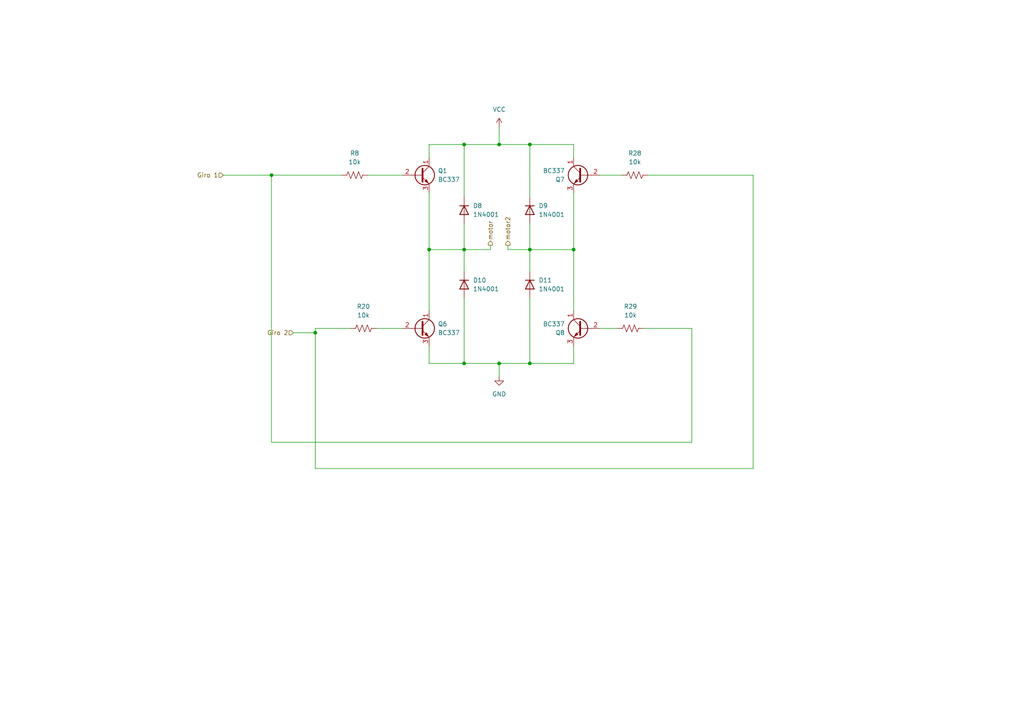
<source format=kicad_sch>
(kicad_sch
	(version 20250114)
	(generator "eeschema")
	(generator_version "9.0")
	(uuid "7c375469-1198-40e1-a3f7-fc5d13088afe")
	(paper "A4")
	(lib_symbols
		(symbol "Device:R_US"
			(pin_numbers
				(hide yes)
			)
			(pin_names
				(offset 0)
			)
			(exclude_from_sim no)
			(in_bom yes)
			(on_board yes)
			(property "Reference" "R"
				(at 2.54 0 90)
				(effects
					(font
						(size 1.27 1.27)
					)
				)
			)
			(property "Value" "R_US"
				(at -2.54 0 90)
				(effects
					(font
						(size 1.27 1.27)
					)
				)
			)
			(property "Footprint" ""
				(at 1.016 -0.254 90)
				(effects
					(font
						(size 1.27 1.27)
					)
					(hide yes)
				)
			)
			(property "Datasheet" "~"
				(at 0 0 0)
				(effects
					(font
						(size 1.27 1.27)
					)
					(hide yes)
				)
			)
			(property "Description" "Resistor, US symbol"
				(at 0 0 0)
				(effects
					(font
						(size 1.27 1.27)
					)
					(hide yes)
				)
			)
			(property "ki_keywords" "R res resistor"
				(at 0 0 0)
				(effects
					(font
						(size 1.27 1.27)
					)
					(hide yes)
				)
			)
			(property "ki_fp_filters" "R_*"
				(at 0 0 0)
				(effects
					(font
						(size 1.27 1.27)
					)
					(hide yes)
				)
			)
			(symbol "R_US_0_1"
				(polyline
					(pts
						(xy 0 2.286) (xy 0 2.54)
					)
					(stroke
						(width 0)
						(type default)
					)
					(fill
						(type none)
					)
				)
				(polyline
					(pts
						(xy 0 2.286) (xy 1.016 1.905) (xy 0 1.524) (xy -1.016 1.143) (xy 0 0.762)
					)
					(stroke
						(width 0)
						(type default)
					)
					(fill
						(type none)
					)
				)
				(polyline
					(pts
						(xy 0 0.762) (xy 1.016 0.381) (xy 0 0) (xy -1.016 -0.381) (xy 0 -0.762)
					)
					(stroke
						(width 0)
						(type default)
					)
					(fill
						(type none)
					)
				)
				(polyline
					(pts
						(xy 0 -0.762) (xy 1.016 -1.143) (xy 0 -1.524) (xy -1.016 -1.905) (xy 0 -2.286)
					)
					(stroke
						(width 0)
						(type default)
					)
					(fill
						(type none)
					)
				)
				(polyline
					(pts
						(xy 0 -2.286) (xy 0 -2.54)
					)
					(stroke
						(width 0)
						(type default)
					)
					(fill
						(type none)
					)
				)
			)
			(symbol "R_US_1_1"
				(pin passive line
					(at 0 3.81 270)
					(length 1.27)
					(name "~"
						(effects
							(font
								(size 1.27 1.27)
							)
						)
					)
					(number "1"
						(effects
							(font
								(size 1.27 1.27)
							)
						)
					)
				)
				(pin passive line
					(at 0 -3.81 90)
					(length 1.27)
					(name "~"
						(effects
							(font
								(size 1.27 1.27)
							)
						)
					)
					(number "2"
						(effects
							(font
								(size 1.27 1.27)
							)
						)
					)
				)
			)
			(embedded_fonts no)
		)
		(symbol "Diode:1N4001"
			(pin_numbers
				(hide yes)
			)
			(pin_names
				(hide yes)
			)
			(exclude_from_sim no)
			(in_bom yes)
			(on_board yes)
			(property "Reference" "D"
				(at 0 2.54 0)
				(effects
					(font
						(size 1.27 1.27)
					)
				)
			)
			(property "Value" "1N4001"
				(at 0 -2.54 0)
				(effects
					(font
						(size 1.27 1.27)
					)
				)
			)
			(property "Footprint" "Diode_THT:D_DO-41_SOD81_P10.16mm_Horizontal"
				(at 0 0 0)
				(effects
					(font
						(size 1.27 1.27)
					)
					(hide yes)
				)
			)
			(property "Datasheet" "http://www.vishay.com/docs/88503/1n4001.pdf"
				(at 0 0 0)
				(effects
					(font
						(size 1.27 1.27)
					)
					(hide yes)
				)
			)
			(property "Description" "50V 1A General Purpose Rectifier Diode, DO-41"
				(at 0 0 0)
				(effects
					(font
						(size 1.27 1.27)
					)
					(hide yes)
				)
			)
			(property "Sim.Device" "D"
				(at 0 0 0)
				(effects
					(font
						(size 1.27 1.27)
					)
					(hide yes)
				)
			)
			(property "Sim.Pins" "1=K 2=A"
				(at 0 0 0)
				(effects
					(font
						(size 1.27 1.27)
					)
					(hide yes)
				)
			)
			(property "ki_keywords" "diode"
				(at 0 0 0)
				(effects
					(font
						(size 1.27 1.27)
					)
					(hide yes)
				)
			)
			(property "ki_fp_filters" "D*DO?41*"
				(at 0 0 0)
				(effects
					(font
						(size 1.27 1.27)
					)
					(hide yes)
				)
			)
			(symbol "1N4001_0_1"
				(polyline
					(pts
						(xy -1.27 1.27) (xy -1.27 -1.27)
					)
					(stroke
						(width 0.254)
						(type default)
					)
					(fill
						(type none)
					)
				)
				(polyline
					(pts
						(xy 1.27 1.27) (xy 1.27 -1.27) (xy -1.27 0) (xy 1.27 1.27)
					)
					(stroke
						(width 0.254)
						(type default)
					)
					(fill
						(type none)
					)
				)
				(polyline
					(pts
						(xy 1.27 0) (xy -1.27 0)
					)
					(stroke
						(width 0)
						(type default)
					)
					(fill
						(type none)
					)
				)
			)
			(symbol "1N4001_1_1"
				(pin passive line
					(at -3.81 0 0)
					(length 2.54)
					(name "K"
						(effects
							(font
								(size 1.27 1.27)
							)
						)
					)
					(number "1"
						(effects
							(font
								(size 1.27 1.27)
							)
						)
					)
				)
				(pin passive line
					(at 3.81 0 180)
					(length 2.54)
					(name "A"
						(effects
							(font
								(size 1.27 1.27)
							)
						)
					)
					(number "2"
						(effects
							(font
								(size 1.27 1.27)
							)
						)
					)
				)
			)
			(embedded_fonts no)
		)
		(symbol "Transistor_BJT:BC337"
			(pin_names
				(offset 0)
				(hide yes)
			)
			(exclude_from_sim no)
			(in_bom yes)
			(on_board yes)
			(property "Reference" "Q"
				(at 5.08 1.905 0)
				(effects
					(font
						(size 1.27 1.27)
					)
					(justify left)
				)
			)
			(property "Value" "BC337"
				(at 5.08 0 0)
				(effects
					(font
						(size 1.27 1.27)
					)
					(justify left)
				)
			)
			(property "Footprint" "Package_TO_SOT_THT:TO-92_Inline"
				(at 5.08 -1.905 0)
				(effects
					(font
						(size 1.27 1.27)
						(italic yes)
					)
					(justify left)
					(hide yes)
				)
			)
			(property "Datasheet" "https://diotec.com/tl_files/diotec/files/pdf/datasheets/bc337.pdf"
				(at 0 0 0)
				(effects
					(font
						(size 1.27 1.27)
					)
					(justify left)
					(hide yes)
				)
			)
			(property "Description" "0.8A Ic, 45V Vce, NPN Transistor, TO-92"
				(at 0 0 0)
				(effects
					(font
						(size 1.27 1.27)
					)
					(hide yes)
				)
			)
			(property "ki_keywords" "NPN Transistor"
				(at 0 0 0)
				(effects
					(font
						(size 1.27 1.27)
					)
					(hide yes)
				)
			)
			(property "ki_fp_filters" "TO?92*"
				(at 0 0 0)
				(effects
					(font
						(size 1.27 1.27)
					)
					(hide yes)
				)
			)
			(symbol "BC337_0_1"
				(polyline
					(pts
						(xy -2.54 0) (xy 0.635 0)
					)
					(stroke
						(width 0)
						(type default)
					)
					(fill
						(type none)
					)
				)
				(polyline
					(pts
						(xy 0.635 1.905) (xy 0.635 -1.905)
					)
					(stroke
						(width 0.508)
						(type default)
					)
					(fill
						(type none)
					)
				)
				(circle
					(center 1.27 0)
					(radius 2.8194)
					(stroke
						(width 0.254)
						(type default)
					)
					(fill
						(type none)
					)
				)
			)
			(symbol "BC337_1_1"
				(polyline
					(pts
						(xy 0.635 0.635) (xy 2.54 2.54)
					)
					(stroke
						(width 0)
						(type default)
					)
					(fill
						(type none)
					)
				)
				(polyline
					(pts
						(xy 0.635 -0.635) (xy 2.54 -2.54)
					)
					(stroke
						(width 0)
						(type default)
					)
					(fill
						(type none)
					)
				)
				(polyline
					(pts
						(xy 1.27 -1.778) (xy 1.778 -1.27) (xy 2.286 -2.286) (xy 1.27 -1.778)
					)
					(stroke
						(width 0)
						(type default)
					)
					(fill
						(type outline)
					)
				)
				(pin input line
					(at -5.08 0 0)
					(length 2.54)
					(name "B"
						(effects
							(font
								(size 1.27 1.27)
							)
						)
					)
					(number "2"
						(effects
							(font
								(size 1.27 1.27)
							)
						)
					)
				)
				(pin passive line
					(at 2.54 5.08 270)
					(length 2.54)
					(name "C"
						(effects
							(font
								(size 1.27 1.27)
							)
						)
					)
					(number "1"
						(effects
							(font
								(size 1.27 1.27)
							)
						)
					)
				)
				(pin passive line
					(at 2.54 -5.08 90)
					(length 2.54)
					(name "E"
						(effects
							(font
								(size 1.27 1.27)
							)
						)
					)
					(number "3"
						(effects
							(font
								(size 1.27 1.27)
							)
						)
					)
				)
			)
			(embedded_fonts no)
		)
		(symbol "power:GND"
			(power)
			(pin_numbers
				(hide yes)
			)
			(pin_names
				(offset 0)
				(hide yes)
			)
			(exclude_from_sim no)
			(in_bom yes)
			(on_board yes)
			(property "Reference" "#PWR"
				(at 0 -6.35 0)
				(effects
					(font
						(size 1.27 1.27)
					)
					(hide yes)
				)
			)
			(property "Value" "GND"
				(at 0 -3.81 0)
				(effects
					(font
						(size 1.27 1.27)
					)
				)
			)
			(property "Footprint" ""
				(at 0 0 0)
				(effects
					(font
						(size 1.27 1.27)
					)
					(hide yes)
				)
			)
			(property "Datasheet" ""
				(at 0 0 0)
				(effects
					(font
						(size 1.27 1.27)
					)
					(hide yes)
				)
			)
			(property "Description" "Power symbol creates a global label with name \"GND\" , ground"
				(at 0 0 0)
				(effects
					(font
						(size 1.27 1.27)
					)
					(hide yes)
				)
			)
			(property "ki_keywords" "global power"
				(at 0 0 0)
				(effects
					(font
						(size 1.27 1.27)
					)
					(hide yes)
				)
			)
			(symbol "GND_0_1"
				(polyline
					(pts
						(xy 0 0) (xy 0 -1.27) (xy 1.27 -1.27) (xy 0 -2.54) (xy -1.27 -1.27) (xy 0 -1.27)
					)
					(stroke
						(width 0)
						(type default)
					)
					(fill
						(type none)
					)
				)
			)
			(symbol "GND_1_1"
				(pin power_in line
					(at 0 0 270)
					(length 0)
					(name "~"
						(effects
							(font
								(size 1.27 1.27)
							)
						)
					)
					(number "1"
						(effects
							(font
								(size 1.27 1.27)
							)
						)
					)
				)
			)
			(embedded_fonts no)
		)
		(symbol "power:VCC"
			(power)
			(pin_numbers
				(hide yes)
			)
			(pin_names
				(offset 0)
				(hide yes)
			)
			(exclude_from_sim no)
			(in_bom yes)
			(on_board yes)
			(property "Reference" "#PWR"
				(at 0 -3.81 0)
				(effects
					(font
						(size 1.27 1.27)
					)
					(hide yes)
				)
			)
			(property "Value" "VCC"
				(at 0 3.556 0)
				(effects
					(font
						(size 1.27 1.27)
					)
				)
			)
			(property "Footprint" ""
				(at 0 0 0)
				(effects
					(font
						(size 1.27 1.27)
					)
					(hide yes)
				)
			)
			(property "Datasheet" ""
				(at 0 0 0)
				(effects
					(font
						(size 1.27 1.27)
					)
					(hide yes)
				)
			)
			(property "Description" "Power symbol creates a global label with name \"VCC\""
				(at 0 0 0)
				(effects
					(font
						(size 1.27 1.27)
					)
					(hide yes)
				)
			)
			(property "ki_keywords" "global power"
				(at 0 0 0)
				(effects
					(font
						(size 1.27 1.27)
					)
					(hide yes)
				)
			)
			(symbol "VCC_0_1"
				(polyline
					(pts
						(xy -0.762 1.27) (xy 0 2.54)
					)
					(stroke
						(width 0)
						(type default)
					)
					(fill
						(type none)
					)
				)
				(polyline
					(pts
						(xy 0 2.54) (xy 0.762 1.27)
					)
					(stroke
						(width 0)
						(type default)
					)
					(fill
						(type none)
					)
				)
				(polyline
					(pts
						(xy 0 0) (xy 0 2.54)
					)
					(stroke
						(width 0)
						(type default)
					)
					(fill
						(type none)
					)
				)
			)
			(symbol "VCC_1_1"
				(pin power_in line
					(at 0 0 90)
					(length 0)
					(name "~"
						(effects
							(font
								(size 1.27 1.27)
							)
						)
					)
					(number "1"
						(effects
							(font
								(size 1.27 1.27)
							)
						)
					)
				)
			)
			(embedded_fonts no)
		)
	)
	(junction
		(at 124.46 72.39)
		(diameter 0)
		(color 0 0 0 0)
		(uuid "051214f0-2d85-4b7d-a535-44fd16f773b2")
	)
	(junction
		(at 153.67 41.91)
		(diameter 0)
		(color 0 0 0 0)
		(uuid "2eda50c6-eab0-4fc7-bd39-0357a196ea36")
	)
	(junction
		(at 153.67 72.39)
		(diameter 0)
		(color 0 0 0 0)
		(uuid "3ff07725-9cef-45c5-9894-390c054990bf")
	)
	(junction
		(at 134.62 41.91)
		(diameter 0)
		(color 0 0 0 0)
		(uuid "491408f1-f38a-4971-9e7d-74a2e407b13e")
	)
	(junction
		(at 153.67 105.41)
		(diameter 0)
		(color 0 0 0 0)
		(uuid "8c8b9230-90bc-4464-974f-8d50e1b16fd6")
	)
	(junction
		(at 134.62 105.41)
		(diameter 0)
		(color 0 0 0 0)
		(uuid "93ee0f4e-5a19-40df-9b29-49108d6bfd6d")
	)
	(junction
		(at 91.44 96.52)
		(diameter 0)
		(color 0 0 0 0)
		(uuid "96a4327a-4574-410e-9abb-ab158348d813")
	)
	(junction
		(at 134.62 72.39)
		(diameter 0)
		(color 0 0 0 0)
		(uuid "9dfe4967-41cd-4450-8a78-7e0c124b62bf")
	)
	(junction
		(at 144.78 41.91)
		(diameter 0)
		(color 0 0 0 0)
		(uuid "ad0f73cd-7b46-436d-9065-5226aa04c908")
	)
	(junction
		(at 166.37 72.39)
		(diameter 0)
		(color 0 0 0 0)
		(uuid "c33c7bcf-578f-4a2f-9e00-d2e31641f055")
	)
	(junction
		(at 78.74 50.8)
		(diameter 0)
		(color 0 0 0 0)
		(uuid "c6b70cda-df02-4971-9087-7d4ff958bde1")
	)
	(junction
		(at 144.78 105.41)
		(diameter 0)
		(color 0 0 0 0)
		(uuid "daad1976-b03e-41a9-b003-e4be5d5017af")
	)
	(wire
		(pts
			(xy 99.06 50.8) (xy 78.74 50.8)
		)
		(stroke
			(width 0)
			(type default)
		)
		(uuid "0784484b-e2aa-47b4-8444-68ff408f0f86")
	)
	(wire
		(pts
			(xy 124.46 105.41) (xy 124.46 100.33)
		)
		(stroke
			(width 0)
			(type default)
		)
		(uuid "0dae9167-51eb-4c63-b99d-d0476dfb3ee2")
	)
	(wire
		(pts
			(xy 109.22 95.25) (xy 116.84 95.25)
		)
		(stroke
			(width 0)
			(type default)
		)
		(uuid "0e1344dd-d7fb-4ec0-9f5e-d111e8ea6b2b")
	)
	(wire
		(pts
			(xy 144.78 105.41) (xy 153.67 105.41)
		)
		(stroke
			(width 0)
			(type default)
		)
		(uuid "0f23c7ca-a1d2-4d52-b847-231ffa2f2455")
	)
	(wire
		(pts
			(xy 124.46 41.91) (xy 134.62 41.91)
		)
		(stroke
			(width 0)
			(type default)
		)
		(uuid "0f39a305-7b96-4d5d-9e1a-13c772cd44a1")
	)
	(wire
		(pts
			(xy 101.6 95.25) (xy 91.44 95.25)
		)
		(stroke
			(width 0)
			(type default)
		)
		(uuid "1b3d20ea-bfa3-4462-98bb-71297adde065")
	)
	(wire
		(pts
			(xy 144.78 105.41) (xy 144.78 109.22)
		)
		(stroke
			(width 0)
			(type default)
		)
		(uuid "1db07ea5-b3cd-4642-982e-66dbb5592d85")
	)
	(wire
		(pts
			(xy 124.46 45.72) (xy 124.46 41.91)
		)
		(stroke
			(width 0)
			(type default)
		)
		(uuid "1de4abbe-7422-421d-8814-03b44851388e")
	)
	(wire
		(pts
			(xy 134.62 41.91) (xy 144.78 41.91)
		)
		(stroke
			(width 0)
			(type default)
		)
		(uuid "27390c6a-bb20-474f-990a-3193102aac9e")
	)
	(wire
		(pts
			(xy 64.77 50.8) (xy 78.74 50.8)
		)
		(stroke
			(width 0)
			(type default)
		)
		(uuid "2ac31657-2d5b-4f48-95d5-b6ca092489d3")
	)
	(wire
		(pts
			(xy 147.32 71.12) (xy 147.32 72.39)
		)
		(stroke
			(width 0)
			(type default)
		)
		(uuid "35979037-af52-4481-82af-116162467d94")
	)
	(wire
		(pts
			(xy 153.67 105.41) (xy 166.37 105.41)
		)
		(stroke
			(width 0)
			(type default)
		)
		(uuid "3fd722cb-2a1d-4446-9530-a0abb4c4137a")
	)
	(wire
		(pts
			(xy 153.67 41.91) (xy 166.37 41.91)
		)
		(stroke
			(width 0)
			(type default)
		)
		(uuid "44354d95-f169-4e4a-86da-49777ea728f4")
	)
	(wire
		(pts
			(xy 85.09 96.52) (xy 91.44 96.52)
		)
		(stroke
			(width 0)
			(type default)
		)
		(uuid "47699ff0-242d-4d16-b119-90ad201d8dc7")
	)
	(wire
		(pts
			(xy 134.62 72.39) (xy 142.24 72.39)
		)
		(stroke
			(width 0)
			(type default)
		)
		(uuid "4b3ffc4c-34e9-40bb-b4c8-0e5dc49e6cff")
	)
	(wire
		(pts
			(xy 91.44 95.25) (xy 91.44 96.52)
		)
		(stroke
			(width 0)
			(type default)
		)
		(uuid "5047a9b8-c23d-483b-95f2-85f092741f6a")
	)
	(wire
		(pts
			(xy 166.37 105.41) (xy 166.37 100.33)
		)
		(stroke
			(width 0)
			(type default)
		)
		(uuid "58f33340-723a-4745-8a0e-8d2d5fac7bd4")
	)
	(wire
		(pts
			(xy 134.62 72.39) (xy 124.46 72.39)
		)
		(stroke
			(width 0)
			(type default)
		)
		(uuid "5aa16512-86f3-41cb-a58d-94c6fa7e3e11")
	)
	(wire
		(pts
			(xy 106.68 50.8) (xy 116.84 50.8)
		)
		(stroke
			(width 0)
			(type default)
		)
		(uuid "6621c00d-8b99-4460-b568-c0869aef87c2")
	)
	(wire
		(pts
			(xy 153.67 72.39) (xy 166.37 72.39)
		)
		(stroke
			(width 0)
			(type default)
		)
		(uuid "6c3efbfa-67a9-42c4-87cf-773f744ecdce")
	)
	(wire
		(pts
			(xy 124.46 72.39) (xy 124.46 90.17)
		)
		(stroke
			(width 0)
			(type default)
		)
		(uuid "6c940865-8906-42e5-a291-90ecbf80014e")
	)
	(wire
		(pts
			(xy 134.62 86.36) (xy 134.62 105.41)
		)
		(stroke
			(width 0)
			(type default)
		)
		(uuid "6e30e4cf-6055-4902-adc9-d05ab298b23d")
	)
	(wire
		(pts
			(xy 134.62 72.39) (xy 134.62 78.74)
		)
		(stroke
			(width 0)
			(type default)
		)
		(uuid "707450d7-ef23-4a79-bb9c-7dd37426db55")
	)
	(wire
		(pts
			(xy 142.24 71.12) (xy 142.24 72.39)
		)
		(stroke
			(width 0)
			(type default)
		)
		(uuid "74578de5-16f5-4fa4-9468-503e39f8d401")
	)
	(wire
		(pts
			(xy 134.62 105.41) (xy 144.78 105.41)
		)
		(stroke
			(width 0)
			(type default)
		)
		(uuid "74add486-1e47-4157-a38d-177320a19cb4")
	)
	(wire
		(pts
			(xy 124.46 55.88) (xy 124.46 72.39)
		)
		(stroke
			(width 0)
			(type default)
		)
		(uuid "7609ecb4-a547-4c31-b8da-d4ff48beb752")
	)
	(wire
		(pts
			(xy 144.78 41.91) (xy 153.67 41.91)
		)
		(stroke
			(width 0)
			(type default)
		)
		(uuid "77bc80f6-ee4d-4b10-9205-c449a8dd55f4")
	)
	(wire
		(pts
			(xy 153.67 86.36) (xy 153.67 105.41)
		)
		(stroke
			(width 0)
			(type default)
		)
		(uuid "79b6287f-b9d1-4380-a3d2-9990b3956e72")
	)
	(wire
		(pts
			(xy 153.67 64.77) (xy 153.67 72.39)
		)
		(stroke
			(width 0)
			(type default)
		)
		(uuid "7a2a1d58-fa69-4ab0-a0ee-1df722234e66")
	)
	(wire
		(pts
			(xy 134.62 41.91) (xy 134.62 57.15)
		)
		(stroke
			(width 0)
			(type default)
		)
		(uuid "7aa79f34-289f-49ac-a714-d056eda1c916")
	)
	(wire
		(pts
			(xy 147.32 72.39) (xy 153.67 72.39)
		)
		(stroke
			(width 0)
			(type default)
		)
		(uuid "7beb93bc-e23c-4ae0-bc7c-219886bdcc4d")
	)
	(wire
		(pts
			(xy 153.67 57.15) (xy 153.67 41.91)
		)
		(stroke
			(width 0)
			(type default)
		)
		(uuid "87492572-6ce4-41d1-9b8e-53fc7cd9f6dd")
	)
	(wire
		(pts
			(xy 134.62 105.41) (xy 124.46 105.41)
		)
		(stroke
			(width 0)
			(type default)
		)
		(uuid "923a68e4-fe6e-48ac-8190-aee9508934cb")
	)
	(wire
		(pts
			(xy 166.37 55.88) (xy 166.37 72.39)
		)
		(stroke
			(width 0)
			(type default)
		)
		(uuid "9278717d-e742-4017-8fd9-0061b6eae18f")
	)
	(wire
		(pts
			(xy 187.96 50.8) (xy 218.44 50.8)
		)
		(stroke
			(width 0)
			(type default)
		)
		(uuid "96045bf2-b6da-452f-b344-a75e4ad47b25")
	)
	(wire
		(pts
			(xy 200.66 128.27) (xy 200.66 95.25)
		)
		(stroke
			(width 0)
			(type default)
		)
		(uuid "9b5db3d7-8bfa-4d9c-8fa2-d76ebdf1c5d4")
	)
	(wire
		(pts
			(xy 78.74 50.8) (xy 78.74 128.27)
		)
		(stroke
			(width 0)
			(type default)
		)
		(uuid "a102dc82-d4cb-45f6-bca5-bb83a744921f")
	)
	(wire
		(pts
			(xy 91.44 96.52) (xy 91.44 135.89)
		)
		(stroke
			(width 0)
			(type default)
		)
		(uuid "a73c2edc-74e6-4baf-ab13-c81cb2849a5f")
	)
	(wire
		(pts
			(xy 173.99 50.8) (xy 180.34 50.8)
		)
		(stroke
			(width 0)
			(type default)
		)
		(uuid "aa28ce8f-295b-4ed7-b6c5-c021c0a42592")
	)
	(wire
		(pts
			(xy 153.67 72.39) (xy 153.67 78.74)
		)
		(stroke
			(width 0)
			(type default)
		)
		(uuid "b1ca6306-ab0b-4ee8-b104-a33b2f923537")
	)
	(wire
		(pts
			(xy 91.44 135.89) (xy 218.44 135.89)
		)
		(stroke
			(width 0)
			(type default)
		)
		(uuid "bd2b8b3d-ba19-41b9-aa36-789ba10efed8")
	)
	(wire
		(pts
			(xy 200.66 95.25) (xy 186.69 95.25)
		)
		(stroke
			(width 0)
			(type default)
		)
		(uuid "c244b6f1-aae4-49f6-a003-27908d992092")
	)
	(wire
		(pts
			(xy 134.62 64.77) (xy 134.62 72.39)
		)
		(stroke
			(width 0)
			(type default)
		)
		(uuid "c6da2107-2082-4621-bb28-e146325d39c7")
	)
	(wire
		(pts
			(xy 144.78 36.83) (xy 144.78 41.91)
		)
		(stroke
			(width 0)
			(type default)
		)
		(uuid "c94ff243-8c5e-49ec-9abb-5cd546e569f7")
	)
	(wire
		(pts
			(xy 166.37 72.39) (xy 166.37 90.17)
		)
		(stroke
			(width 0)
			(type default)
		)
		(uuid "ce7b715d-a408-4ba1-9a5e-d06a866f5f21")
	)
	(wire
		(pts
			(xy 173.99 95.25) (xy 179.07 95.25)
		)
		(stroke
			(width 0)
			(type default)
		)
		(uuid "d3ce5c24-2ba4-4ffe-acc2-82139b940881")
	)
	(wire
		(pts
			(xy 218.44 135.89) (xy 218.44 50.8)
		)
		(stroke
			(width 0)
			(type default)
		)
		(uuid "ddc20990-d1d9-4e25-b651-8b9315b747d3")
	)
	(wire
		(pts
			(xy 166.37 41.91) (xy 166.37 45.72)
		)
		(stroke
			(width 0)
			(type default)
		)
		(uuid "e6345f6d-2a96-4db2-ab0b-34b711f55fa3")
	)
	(wire
		(pts
			(xy 78.74 128.27) (xy 200.66 128.27)
		)
		(stroke
			(width 0)
			(type default)
		)
		(uuid "eb52c1cd-b6b1-4ea9-ac33-d4c59bc925c6")
	)
	(hierarchical_label "motor"
		(shape output)
		(at 142.24 71.12 90)
		(effects
			(font
				(size 1.27 1.27)
			)
			(justify left)
		)
		(uuid "2fe0fb6f-d6f3-4938-bbad-97bb5d6f84df")
	)
	(hierarchical_label "Giro 1"
		(shape input)
		(at 64.77 50.8 180)
		(effects
			(font
				(size 1.27 1.27)
			)
			(justify right)
		)
		(uuid "4500e9d9-1cba-4792-9b2a-cfc842fafbff")
	)
	(hierarchical_label "Giro 2"
		(shape input)
		(at 85.09 96.52 180)
		(effects
			(font
				(size 1.27 1.27)
			)
			(justify right)
		)
		(uuid "54b2365c-02aa-48b4-8684-253722373ee9")
	)
	(hierarchical_label "motor2"
		(shape output)
		(at 147.32 71.12 90)
		(effects
			(font
				(size 1.27 1.27)
			)
			(justify left)
		)
		(uuid "6299cee1-e7d2-459a-aa44-50bb891d0b05")
	)
	(symbol
		(lib_id "Transistor_BJT:BC337")
		(at 168.91 50.8 0)
		(mirror y)
		(unit 1)
		(exclude_from_sim no)
		(in_bom yes)
		(on_board yes)
		(dnp no)
		(uuid "203c0705-6579-4574-901a-8b9217f4085d")
		(property "Reference" "Q7"
			(at 163.83 52.0701 0)
			(effects
				(font
					(size 1.27 1.27)
				)
				(justify left)
			)
		)
		(property "Value" "BC337"
			(at 163.83 49.5301 0)
			(effects
				(font
					(size 1.27 1.27)
				)
				(justify left)
			)
		)
		(property "Footprint" "Package_TO_SOT_THT:TO-92_Inline"
			(at 163.83 52.705 0)
			(effects
				(font
					(size 1.27 1.27)
					(italic yes)
				)
				(justify left)
				(hide yes)
			)
		)
		(property "Datasheet" "https://diotec.com/tl_files/diotec/files/pdf/datasheets/bc337.pdf"
			(at 168.91 50.8 0)
			(effects
				(font
					(size 1.27 1.27)
				)
				(justify left)
				(hide yes)
			)
		)
		(property "Description" "0.8A Ic, 45V Vce, NPN Transistor, TO-92"
			(at 168.91 50.8 0)
			(effects
				(font
					(size 1.27 1.27)
				)
				(hide yes)
			)
		)
		(pin "2"
			(uuid "b8896648-17bc-46de-a397-60ed94790fb3")
		)
		(pin "1"
			(uuid "02021890-de5c-48da-846d-25fba1e2671d")
		)
		(pin "3"
			(uuid "b3004238-d858-4a34-b94d-1a672677e1cd")
		)
		(instances
			(project ""
				(path "/3dc9151e-2269-486b-a333-294da30e5c12/89682661-a5af-4e01-91f4-ddf79f61a74f/34b9efe2-5197-45fb-b29e-a1fd544c7eca"
					(reference "Q7")
					(unit 1)
				)
			)
		)
	)
	(symbol
		(lib_id "Device:R_US")
		(at 182.88 95.25 270)
		(unit 1)
		(exclude_from_sim no)
		(in_bom yes)
		(on_board yes)
		(dnp no)
		(fields_autoplaced yes)
		(uuid "41d2d5d7-0ec4-49d5-afa6-9f632595cb42")
		(property "Reference" "R29"
			(at 182.88 88.9 90)
			(effects
				(font
					(size 1.27 1.27)
				)
			)
		)
		(property "Value" "10k"
			(at 182.88 91.44 90)
			(effects
				(font
					(size 1.27 1.27)
				)
			)
		)
		(property "Footprint" "Resistor_SMD:R_0201_0603Metric"
			(at 182.626 96.266 90)
			(effects
				(font
					(size 1.27 1.27)
				)
				(hide yes)
			)
		)
		(property "Datasheet" "~"
			(at 182.88 95.25 0)
			(effects
				(font
					(size 1.27 1.27)
				)
				(hide yes)
			)
		)
		(property "Description" "Resistor, US symbol"
			(at 182.88 95.25 0)
			(effects
				(font
					(size 1.27 1.27)
				)
				(hide yes)
			)
		)
		(pin "1"
			(uuid "f6075ac2-cb6d-4f5c-bf74-56bd56f80df2")
		)
		(pin "2"
			(uuid "e2dadc81-8383-45cc-a197-75cb1c3966d9")
		)
		(instances
			(project "micro autodoor"
				(path "/3dc9151e-2269-486b-a333-294da30e5c12/89682661-a5af-4e01-91f4-ddf79f61a74f/34b9efe2-5197-45fb-b29e-a1fd544c7eca"
					(reference "R29")
					(unit 1)
				)
			)
		)
	)
	(symbol
		(lib_id "Diode:1N4001")
		(at 153.67 82.55 270)
		(unit 1)
		(exclude_from_sim no)
		(in_bom yes)
		(on_board yes)
		(dnp no)
		(fields_autoplaced yes)
		(uuid "43dc567b-49ec-41b2-9dd8-19e8347f402a")
		(property "Reference" "D11"
			(at 156.21 81.2799 90)
			(effects
				(font
					(size 1.27 1.27)
				)
				(justify left)
			)
		)
		(property "Value" "1N4001"
			(at 156.21 83.8199 90)
			(effects
				(font
					(size 1.27 1.27)
				)
				(justify left)
			)
		)
		(property "Footprint" "Diode_THT:D_DO-41_SOD81_P10.16mm_Horizontal"
			(at 153.67 82.55 0)
			(effects
				(font
					(size 1.27 1.27)
				)
				(hide yes)
			)
		)
		(property "Datasheet" "http://www.vishay.com/docs/88503/1n4001.pdf"
			(at 153.67 82.55 0)
			(effects
				(font
					(size 1.27 1.27)
				)
				(hide yes)
			)
		)
		(property "Description" "50V 1A General Purpose Rectifier Diode, DO-41"
			(at 153.67 82.55 0)
			(effects
				(font
					(size 1.27 1.27)
				)
				(hide yes)
			)
		)
		(property "Sim.Device" "D"
			(at 153.67 82.55 0)
			(effects
				(font
					(size 1.27 1.27)
				)
				(hide yes)
			)
		)
		(property "Sim.Pins" "1=K 2=A"
			(at 153.67 82.55 0)
			(effects
				(font
					(size 1.27 1.27)
				)
				(hide yes)
			)
		)
		(pin "1"
			(uuid "85321818-5459-424d-b229-a9c15c9b9705")
		)
		(pin "2"
			(uuid "8bab4c6e-5b74-4083-b1ae-ea34a1456c1d")
		)
		(instances
			(project "micro autodoor"
				(path "/3dc9151e-2269-486b-a333-294da30e5c12/89682661-a5af-4e01-91f4-ddf79f61a74f/34b9efe2-5197-45fb-b29e-a1fd544c7eca"
					(reference "D11")
					(unit 1)
				)
			)
		)
	)
	(symbol
		(lib_id "Transistor_BJT:BC337")
		(at 121.92 50.8 0)
		(unit 1)
		(exclude_from_sim no)
		(in_bom yes)
		(on_board yes)
		(dnp no)
		(fields_autoplaced yes)
		(uuid "590e2104-2d82-4e5f-a834-63585a51d65c")
		(property "Reference" "Q1"
			(at 127 49.5299 0)
			(effects
				(font
					(size 1.27 1.27)
				)
				(justify left)
			)
		)
		(property "Value" "BC337"
			(at 127 52.0699 0)
			(effects
				(font
					(size 1.27 1.27)
				)
				(justify left)
			)
		)
		(property "Footprint" "Package_TO_SOT_THT:TO-92_Inline"
			(at 127 52.705 0)
			(effects
				(font
					(size 1.27 1.27)
					(italic yes)
				)
				(justify left)
				(hide yes)
			)
		)
		(property "Datasheet" "https://diotec.com/tl_files/diotec/files/pdf/datasheets/bc337.pdf"
			(at 121.92 50.8 0)
			(effects
				(font
					(size 1.27 1.27)
				)
				(justify left)
				(hide yes)
			)
		)
		(property "Description" "0.8A Ic, 45V Vce, NPN Transistor, TO-92"
			(at 121.92 50.8 0)
			(effects
				(font
					(size 1.27 1.27)
				)
				(hide yes)
			)
		)
		(pin "2"
			(uuid "9aff4775-9082-4f47-be15-e55f5ac2448e")
		)
		(pin "1"
			(uuid "2ddd0449-82c9-4912-b34b-907234fea675")
		)
		(pin "3"
			(uuid "442eabbf-e810-4650-9c53-9c57e646135b")
		)
		(instances
			(project "micro autodoor"
				(path "/3dc9151e-2269-486b-a333-294da30e5c12/89682661-a5af-4e01-91f4-ddf79f61a74f/34b9efe2-5197-45fb-b29e-a1fd544c7eca"
					(reference "Q1")
					(unit 1)
				)
			)
		)
	)
	(symbol
		(lib_id "Diode:1N4001")
		(at 134.62 82.55 270)
		(unit 1)
		(exclude_from_sim no)
		(in_bom yes)
		(on_board yes)
		(dnp no)
		(fields_autoplaced yes)
		(uuid "5e47ffa9-1c64-4383-aeea-d0eed719e9a1")
		(property "Reference" "D10"
			(at 137.16 81.2799 90)
			(effects
				(font
					(size 1.27 1.27)
				)
				(justify left)
			)
		)
		(property "Value" "1N4001"
			(at 137.16 83.8199 90)
			(effects
				(font
					(size 1.27 1.27)
				)
				(justify left)
			)
		)
		(property "Footprint" "Diode_THT:D_DO-41_SOD81_P10.16mm_Horizontal"
			(at 134.62 82.55 0)
			(effects
				(font
					(size 1.27 1.27)
				)
				(hide yes)
			)
		)
		(property "Datasheet" "http://www.vishay.com/docs/88503/1n4001.pdf"
			(at 134.62 82.55 0)
			(effects
				(font
					(size 1.27 1.27)
				)
				(hide yes)
			)
		)
		(property "Description" "50V 1A General Purpose Rectifier Diode, DO-41"
			(at 134.62 82.55 0)
			(effects
				(font
					(size 1.27 1.27)
				)
				(hide yes)
			)
		)
		(property "Sim.Device" "D"
			(at 134.62 82.55 0)
			(effects
				(font
					(size 1.27 1.27)
				)
				(hide yes)
			)
		)
		(property "Sim.Pins" "1=K 2=A"
			(at 134.62 82.55 0)
			(effects
				(font
					(size 1.27 1.27)
				)
				(hide yes)
			)
		)
		(pin "1"
			(uuid "c5a4c5ec-9e2b-421f-b2d9-30488afc1dcb")
		)
		(pin "2"
			(uuid "038e094a-a6f9-404f-b58b-de4145d9bfae")
		)
		(instances
			(project "micro autodoor"
				(path "/3dc9151e-2269-486b-a333-294da30e5c12/89682661-a5af-4e01-91f4-ddf79f61a74f/34b9efe2-5197-45fb-b29e-a1fd544c7eca"
					(reference "D10")
					(unit 1)
				)
			)
		)
	)
	(symbol
		(lib_id "Device:R_US")
		(at 184.15 50.8 270)
		(unit 1)
		(exclude_from_sim no)
		(in_bom yes)
		(on_board yes)
		(dnp no)
		(fields_autoplaced yes)
		(uuid "71e7db78-8436-45a3-b45e-7eabb753169c")
		(property "Reference" "R28"
			(at 184.15 44.45 90)
			(effects
				(font
					(size 1.27 1.27)
				)
			)
		)
		(property "Value" "10k"
			(at 184.15 46.99 90)
			(effects
				(font
					(size 1.27 1.27)
				)
			)
		)
		(property "Footprint" "Resistor_SMD:R_0201_0603Metric"
			(at 183.896 51.816 90)
			(effects
				(font
					(size 1.27 1.27)
				)
				(hide yes)
			)
		)
		(property "Datasheet" "~"
			(at 184.15 50.8 0)
			(effects
				(font
					(size 1.27 1.27)
				)
				(hide yes)
			)
		)
		(property "Description" "Resistor, US symbol"
			(at 184.15 50.8 0)
			(effects
				(font
					(size 1.27 1.27)
				)
				(hide yes)
			)
		)
		(pin "1"
			(uuid "f7a1414a-82d2-4a32-bfe9-6a7287165878")
		)
		(pin "2"
			(uuid "629d6e48-9816-4c4d-94ca-d923e83de2fa")
		)
		(instances
			(project "micro autodoor"
				(path "/3dc9151e-2269-486b-a333-294da30e5c12/89682661-a5af-4e01-91f4-ddf79f61a74f/34b9efe2-5197-45fb-b29e-a1fd544c7eca"
					(reference "R28")
					(unit 1)
				)
			)
		)
	)
	(symbol
		(lib_id "Diode:1N4001")
		(at 153.67 60.96 270)
		(unit 1)
		(exclude_from_sim no)
		(in_bom yes)
		(on_board yes)
		(dnp no)
		(fields_autoplaced yes)
		(uuid "751d6ad0-5026-465f-9e55-aad9b4227120")
		(property "Reference" "D9"
			(at 156.21 59.6899 90)
			(effects
				(font
					(size 1.27 1.27)
				)
				(justify left)
			)
		)
		(property "Value" "1N4001"
			(at 156.21 62.2299 90)
			(effects
				(font
					(size 1.27 1.27)
				)
				(justify left)
			)
		)
		(property "Footprint" "Diode_THT:D_DO-41_SOD81_P10.16mm_Horizontal"
			(at 153.67 60.96 0)
			(effects
				(font
					(size 1.27 1.27)
				)
				(hide yes)
			)
		)
		(property "Datasheet" "http://www.vishay.com/docs/88503/1n4001.pdf"
			(at 153.67 60.96 0)
			(effects
				(font
					(size 1.27 1.27)
				)
				(hide yes)
			)
		)
		(property "Description" "50V 1A General Purpose Rectifier Diode, DO-41"
			(at 153.67 60.96 0)
			(effects
				(font
					(size 1.27 1.27)
				)
				(hide yes)
			)
		)
		(property "Sim.Device" "D"
			(at 153.67 60.96 0)
			(effects
				(font
					(size 1.27 1.27)
				)
				(hide yes)
			)
		)
		(property "Sim.Pins" "1=K 2=A"
			(at 153.67 60.96 0)
			(effects
				(font
					(size 1.27 1.27)
				)
				(hide yes)
			)
		)
		(pin "1"
			(uuid "3695f995-732f-4f33-b878-4a87dd656c2f")
		)
		(pin "2"
			(uuid "26ca851b-5bef-4cee-8b97-b85bd679ff04")
		)
		(instances
			(project ""
				(path "/3dc9151e-2269-486b-a333-294da30e5c12/89682661-a5af-4e01-91f4-ddf79f61a74f/34b9efe2-5197-45fb-b29e-a1fd544c7eca"
					(reference "D9")
					(unit 1)
				)
			)
		)
	)
	(symbol
		(lib_id "Device:R_US")
		(at 102.87 50.8 270)
		(unit 1)
		(exclude_from_sim no)
		(in_bom yes)
		(on_board yes)
		(dnp no)
		(fields_autoplaced yes)
		(uuid "9461d026-0f59-488e-b9fb-e24c10a90072")
		(property "Reference" "R8"
			(at 102.87 44.45 90)
			(effects
				(font
					(size 1.27 1.27)
				)
			)
		)
		(property "Value" "10k"
			(at 102.87 46.99 90)
			(effects
				(font
					(size 1.27 1.27)
				)
			)
		)
		(property "Footprint" "Resistor_SMD:R_0201_0603Metric"
			(at 102.616 51.816 90)
			(effects
				(font
					(size 1.27 1.27)
				)
				(hide yes)
			)
		)
		(property "Datasheet" "~"
			(at 102.87 50.8 0)
			(effects
				(font
					(size 1.27 1.27)
				)
				(hide yes)
			)
		)
		(property "Description" "Resistor, US symbol"
			(at 102.87 50.8 0)
			(effects
				(font
					(size 1.27 1.27)
				)
				(hide yes)
			)
		)
		(pin "1"
			(uuid "de2ee65d-e52f-4afe-bf28-6c1ae47d8c90")
		)
		(pin "2"
			(uuid "08f86495-c700-4e01-a78d-45b19dbd7cf3")
		)
		(instances
			(project "micro autodoor"
				(path "/3dc9151e-2269-486b-a333-294da30e5c12/89682661-a5af-4e01-91f4-ddf79f61a74f/34b9efe2-5197-45fb-b29e-a1fd544c7eca"
					(reference "R8")
					(unit 1)
				)
			)
		)
	)
	(symbol
		(lib_id "Device:R_US")
		(at 105.41 95.25 270)
		(unit 1)
		(exclude_from_sim no)
		(in_bom yes)
		(on_board yes)
		(dnp no)
		(fields_autoplaced yes)
		(uuid "9e5420cf-e83d-4fa8-8bd0-89f56b97ebe5")
		(property "Reference" "R20"
			(at 105.41 88.9 90)
			(effects
				(font
					(size 1.27 1.27)
				)
			)
		)
		(property "Value" "10k"
			(at 105.41 91.44 90)
			(effects
				(font
					(size 1.27 1.27)
				)
			)
		)
		(property "Footprint" "Resistor_SMD:R_0201_0603Metric"
			(at 105.156 96.266 90)
			(effects
				(font
					(size 1.27 1.27)
				)
				(hide yes)
			)
		)
		(property "Datasheet" "~"
			(at 105.41 95.25 0)
			(effects
				(font
					(size 1.27 1.27)
				)
				(hide yes)
			)
		)
		(property "Description" "Resistor, US symbol"
			(at 105.41 95.25 0)
			(effects
				(font
					(size 1.27 1.27)
				)
				(hide yes)
			)
		)
		(pin "1"
			(uuid "f3d83257-1caf-476f-9d25-0b53cc334d78")
		)
		(pin "2"
			(uuid "21f316a7-98e6-426f-a129-ad8e900014aa")
		)
		(instances
			(project "micro autodoor"
				(path "/3dc9151e-2269-486b-a333-294da30e5c12/89682661-a5af-4e01-91f4-ddf79f61a74f/34b9efe2-5197-45fb-b29e-a1fd544c7eca"
					(reference "R20")
					(unit 1)
				)
			)
		)
	)
	(symbol
		(lib_id "Transistor_BJT:BC337")
		(at 121.92 95.25 0)
		(unit 1)
		(exclude_from_sim no)
		(in_bom yes)
		(on_board yes)
		(dnp no)
		(fields_autoplaced yes)
		(uuid "ce77ce95-3442-4bc0-94cd-4997bd904a32")
		(property "Reference" "Q6"
			(at 127 93.9799 0)
			(effects
				(font
					(size 1.27 1.27)
				)
				(justify left)
			)
		)
		(property "Value" "BC337"
			(at 127 96.5199 0)
			(effects
				(font
					(size 1.27 1.27)
				)
				(justify left)
			)
		)
		(property "Footprint" "Package_TO_SOT_THT:TO-92_Inline"
			(at 127 97.155 0)
			(effects
				(font
					(size 1.27 1.27)
					(italic yes)
				)
				(justify left)
				(hide yes)
			)
		)
		(property "Datasheet" "https://diotec.com/tl_files/diotec/files/pdf/datasheets/bc337.pdf"
			(at 121.92 95.25 0)
			(effects
				(font
					(size 1.27 1.27)
				)
				(justify left)
				(hide yes)
			)
		)
		(property "Description" "0.8A Ic, 45V Vce, NPN Transistor, TO-92"
			(at 121.92 95.25 0)
			(effects
				(font
					(size 1.27 1.27)
				)
				(hide yes)
			)
		)
		(pin "2"
			(uuid "b8896648-17bc-46de-a397-60ed94790fb4")
		)
		(pin "1"
			(uuid "02021890-de5c-48da-846d-25fba1e2671e")
		)
		(pin "3"
			(uuid "b3004238-d858-4a34-b94d-1a672677e1ce")
		)
		(instances
			(project ""
				(path "/3dc9151e-2269-486b-a333-294da30e5c12/89682661-a5af-4e01-91f4-ddf79f61a74f/34b9efe2-5197-45fb-b29e-a1fd544c7eca"
					(reference "Q6")
					(unit 1)
				)
			)
		)
	)
	(symbol
		(lib_id "Diode:1N4001")
		(at 134.62 60.96 270)
		(unit 1)
		(exclude_from_sim no)
		(in_bom yes)
		(on_board yes)
		(dnp no)
		(fields_autoplaced yes)
		(uuid "d632b7ab-f363-4f81-994c-3489601b09c7")
		(property "Reference" "D8"
			(at 137.16 59.6899 90)
			(effects
				(font
					(size 1.27 1.27)
				)
				(justify left)
			)
		)
		(property "Value" "1N4001"
			(at 137.16 62.2299 90)
			(effects
				(font
					(size 1.27 1.27)
				)
				(justify left)
			)
		)
		(property "Footprint" "Diode_THT:D_DO-41_SOD81_P10.16mm_Horizontal"
			(at 134.62 60.96 0)
			(effects
				(font
					(size 1.27 1.27)
				)
				(hide yes)
			)
		)
		(property "Datasheet" "http://www.vishay.com/docs/88503/1n4001.pdf"
			(at 134.62 60.96 0)
			(effects
				(font
					(size 1.27 1.27)
				)
				(hide yes)
			)
		)
		(property "Description" "50V 1A General Purpose Rectifier Diode, DO-41"
			(at 134.62 60.96 0)
			(effects
				(font
					(size 1.27 1.27)
				)
				(hide yes)
			)
		)
		(property "Sim.Device" "D"
			(at 134.62 60.96 0)
			(effects
				(font
					(size 1.27 1.27)
				)
				(hide yes)
			)
		)
		(property "Sim.Pins" "1=K 2=A"
			(at 134.62 60.96 0)
			(effects
				(font
					(size 1.27 1.27)
				)
				(hide yes)
			)
		)
		(pin "1"
			(uuid "3695f995-732f-4f33-b878-4a87dd656c30")
		)
		(pin "2"
			(uuid "26ca851b-5bef-4cee-8b97-b85bd679ff05")
		)
		(instances
			(project ""
				(path "/3dc9151e-2269-486b-a333-294da30e5c12/89682661-a5af-4e01-91f4-ddf79f61a74f/34b9efe2-5197-45fb-b29e-a1fd544c7eca"
					(reference "D8")
					(unit 1)
				)
			)
		)
	)
	(symbol
		(lib_id "Transistor_BJT:BC337")
		(at 168.91 95.25 0)
		(mirror y)
		(unit 1)
		(exclude_from_sim no)
		(in_bom yes)
		(on_board yes)
		(dnp no)
		(uuid "d84bf247-bbb7-4ed5-8ec1-aec4534ef14e")
		(property "Reference" "Q8"
			(at 163.83 96.5201 0)
			(effects
				(font
					(size 1.27 1.27)
				)
				(justify left)
			)
		)
		(property "Value" "BC337"
			(at 163.83 93.9801 0)
			(effects
				(font
					(size 1.27 1.27)
				)
				(justify left)
			)
		)
		(property "Footprint" "Package_TO_SOT_THT:TO-92_Inline"
			(at 163.83 97.155 0)
			(effects
				(font
					(size 1.27 1.27)
					(italic yes)
				)
				(justify left)
				(hide yes)
			)
		)
		(property "Datasheet" "https://diotec.com/tl_files/diotec/files/pdf/datasheets/bc337.pdf"
			(at 168.91 95.25 0)
			(effects
				(font
					(size 1.27 1.27)
				)
				(justify left)
				(hide yes)
			)
		)
		(property "Description" "0.8A Ic, 45V Vce, NPN Transistor, TO-92"
			(at 168.91 95.25 0)
			(effects
				(font
					(size 1.27 1.27)
				)
				(hide yes)
			)
		)
		(pin "2"
			(uuid "b8896648-17bc-46de-a397-60ed94790fb5")
		)
		(pin "1"
			(uuid "02021890-de5c-48da-846d-25fba1e2671f")
		)
		(pin "3"
			(uuid "b3004238-d858-4a34-b94d-1a672677e1cf")
		)
		(instances
			(project ""
				(path "/3dc9151e-2269-486b-a333-294da30e5c12/89682661-a5af-4e01-91f4-ddf79f61a74f/34b9efe2-5197-45fb-b29e-a1fd544c7eca"
					(reference "Q8")
					(unit 1)
				)
			)
		)
	)
	(symbol
		(lib_id "power:GND")
		(at 144.78 109.22 0)
		(unit 1)
		(exclude_from_sim no)
		(in_bom yes)
		(on_board yes)
		(dnp no)
		(fields_autoplaced yes)
		(uuid "dc50329b-8f5c-454d-b542-3916f4e9fdf1")
		(property "Reference" "#PWR026"
			(at 144.78 115.57 0)
			(effects
				(font
					(size 1.27 1.27)
				)
				(hide yes)
			)
		)
		(property "Value" "GND"
			(at 144.78 114.3 0)
			(effects
				(font
					(size 1.27 1.27)
				)
			)
		)
		(property "Footprint" ""
			(at 144.78 109.22 0)
			(effects
				(font
					(size 1.27 1.27)
				)
				(hide yes)
			)
		)
		(property "Datasheet" ""
			(at 144.78 109.22 0)
			(effects
				(font
					(size 1.27 1.27)
				)
				(hide yes)
			)
		)
		(property "Description" "Power symbol creates a global label with name \"GND\" , ground"
			(at 144.78 109.22 0)
			(effects
				(font
					(size 1.27 1.27)
				)
				(hide yes)
			)
		)
		(pin "1"
			(uuid "bcac8875-14e7-4783-a924-94e0dc749ba4")
		)
		(instances
			(project ""
				(path "/3dc9151e-2269-486b-a333-294da30e5c12/89682661-a5af-4e01-91f4-ddf79f61a74f/34b9efe2-5197-45fb-b29e-a1fd544c7eca"
					(reference "#PWR026")
					(unit 1)
				)
			)
		)
	)
	(symbol
		(lib_id "power:VCC")
		(at 144.78 36.83 0)
		(unit 1)
		(exclude_from_sim no)
		(in_bom yes)
		(on_board yes)
		(dnp no)
		(fields_autoplaced yes)
		(uuid "e0cac03f-fd03-4fa5-93fb-80584ecb4e47")
		(property "Reference" "#PWR018"
			(at 144.78 40.64 0)
			(effects
				(font
					(size 1.27 1.27)
				)
				(hide yes)
			)
		)
		(property "Value" "VCC"
			(at 144.78 31.75 0)
			(effects
				(font
					(size 1.27 1.27)
				)
			)
		)
		(property "Footprint" ""
			(at 144.78 36.83 0)
			(effects
				(font
					(size 1.27 1.27)
				)
				(hide yes)
			)
		)
		(property "Datasheet" ""
			(at 144.78 36.83 0)
			(effects
				(font
					(size 1.27 1.27)
				)
				(hide yes)
			)
		)
		(property "Description" "Power symbol creates a global label with name \"VCC\""
			(at 144.78 36.83 0)
			(effects
				(font
					(size 1.27 1.27)
				)
				(hide yes)
			)
		)
		(pin "1"
			(uuid "14e8c4f4-38fa-4ea0-833c-966720a25ea0")
		)
		(instances
			(project ""
				(path "/3dc9151e-2269-486b-a333-294da30e5c12/89682661-a5af-4e01-91f4-ddf79f61a74f/34b9efe2-5197-45fb-b29e-a1fd544c7eca"
					(reference "#PWR018")
					(unit 1)
				)
			)
		)
	)
)

</source>
